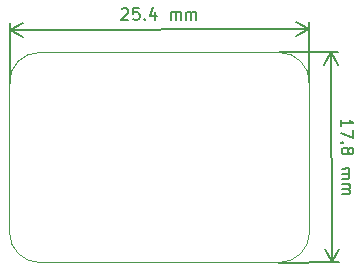
<source format=gbr>
%TF.GenerationSoftware,KiCad,Pcbnew,5.1.5+dfsg1-2~bpo10+1*%
%TF.CreationDate,Date%
%TF.ProjectId,Gesture Sensor,47657374-7572-4652-9053-656e736f722e,rev?*%
%TF.SameCoordinates,Original*%
%TF.FileFunction,OtherDrawing,Comment*%
%FSLAX45Y45*%
G04 Gerber Fmt 4.5, Leading zero omitted, Abs format (unit mm)*
G04 Created by KiCad*
%MOMM*%
%LPD*%
G04 APERTURE LIST*
%ADD10C,0.150000*%
%ADD11C,0.050000*%
G04 APERTURE END LIST*
D10*
X14030756Y-4204803D02*
X14035501Y-4200025D01*
X14045008Y-4195230D01*
X14068817Y-4195147D01*
X14078358Y-4199875D01*
X14083136Y-4204621D01*
X14087931Y-4214128D01*
X14087965Y-4223652D01*
X14083253Y-4237954D01*
X14026310Y-4295296D01*
X14088214Y-4295080D01*
X14178341Y-4194764D02*
X14130722Y-4194931D01*
X14126126Y-4242566D01*
X14130871Y-4237788D01*
X14140379Y-4232992D01*
X14164188Y-4232909D01*
X14173728Y-4237638D01*
X14178507Y-4242383D01*
X14183302Y-4251890D01*
X14183385Y-4275700D01*
X14178656Y-4285240D01*
X14173911Y-4290019D01*
X14164404Y-4294814D01*
X14140595Y-4294897D01*
X14131054Y-4290168D01*
X14126276Y-4285423D01*
X14226275Y-4285074D02*
X14231054Y-4289819D01*
X14226308Y-4294598D01*
X14221530Y-4289852D01*
X14226275Y-4285074D01*
X14226308Y-4294598D01*
X14316551Y-4227616D02*
X14316784Y-4294282D01*
X14292609Y-4189604D02*
X14269049Y-4261115D01*
X14330953Y-4260899D01*
X14445355Y-4293833D02*
X14445122Y-4227167D01*
X14445155Y-4236690D02*
X14449901Y-4231912D01*
X14459408Y-4227117D01*
X14473693Y-4227067D01*
X14483234Y-4231796D01*
X14488029Y-4241303D01*
X14488212Y-4293683D01*
X14488029Y-4241303D02*
X14492757Y-4231762D01*
X14502265Y-4226967D01*
X14516550Y-4226917D01*
X14526091Y-4231646D01*
X14530886Y-4241153D01*
X14531068Y-4293534D01*
X14578687Y-4293368D02*
X14578455Y-4226701D01*
X14578488Y-4236225D02*
X14583233Y-4231447D01*
X14592740Y-4226651D01*
X14607026Y-4226602D01*
X14616566Y-4231330D01*
X14621361Y-4240837D01*
X14621544Y-4293218D01*
X14621361Y-4240837D02*
X14626090Y-4231297D01*
X14635597Y-4226502D01*
X14649883Y-4226452D01*
X14659423Y-4231181D01*
X14664218Y-4240688D01*
X14664401Y-4293068D01*
X13081750Y-4384007D02*
X15619210Y-4373847D01*
X13083540Y-4831080D02*
X13081515Y-4325365D01*
X15621000Y-4820920D02*
X15618975Y-4315205D01*
X15619210Y-4373847D02*
X15506795Y-4432939D01*
X15619210Y-4373847D02*
X15506326Y-4315656D01*
X13081750Y-4384007D02*
X13194634Y-4442197D01*
X13081750Y-4384007D02*
X13194165Y-4324914D01*
X15891537Y-5197428D02*
X15891337Y-5140286D01*
X15891437Y-5168857D02*
X15991436Y-5168508D01*
X15977117Y-5159034D01*
X15967560Y-5149544D01*
X15962765Y-5140037D01*
X15991652Y-5230413D02*
X15991885Y-5297079D01*
X15891736Y-5254571D01*
X15901542Y-5335490D02*
X15896797Y-5340268D01*
X15892019Y-5335523D01*
X15896764Y-5330744D01*
X15901542Y-5335490D01*
X15892019Y-5335523D01*
X15949377Y-5397228D02*
X15954106Y-5387687D01*
X15958851Y-5382909D01*
X15968358Y-5378114D01*
X15973120Y-5378097D01*
X15982661Y-5382826D01*
X15987439Y-5387571D01*
X15992234Y-5397078D01*
X15992301Y-5416126D01*
X15987572Y-5425666D01*
X15982827Y-5430445D01*
X15973320Y-5435240D01*
X15968558Y-5435256D01*
X15959017Y-5430528D01*
X15954239Y-5425782D01*
X15949444Y-5416275D01*
X15949377Y-5397228D01*
X15944582Y-5387721D01*
X15939804Y-5382975D01*
X15930263Y-5378247D01*
X15911216Y-5378313D01*
X15901709Y-5383108D01*
X15896963Y-5387887D01*
X15892235Y-5397427D01*
X15892301Y-5416475D01*
X15897096Y-5425982D01*
X15901875Y-5430727D01*
X15911415Y-5435456D01*
X15930463Y-5435389D01*
X15939970Y-5430594D01*
X15944715Y-5425816D01*
X15949444Y-5416275D01*
X15892783Y-5554569D02*
X15959450Y-5554336D01*
X15949926Y-5554370D02*
X15954704Y-5559115D01*
X15959499Y-5568622D01*
X15959549Y-5582908D01*
X15954821Y-5592448D01*
X15945314Y-5597243D01*
X15892933Y-5597426D01*
X15945314Y-5597243D02*
X15954854Y-5601972D01*
X15959649Y-5611479D01*
X15959699Y-5625764D01*
X15954970Y-5635305D01*
X15945463Y-5640100D01*
X15893083Y-5640283D01*
X15893249Y-5687902D02*
X15959915Y-5687669D01*
X15950391Y-5687702D02*
X15955170Y-5692447D01*
X15959965Y-5701954D01*
X15960015Y-5716240D01*
X15955286Y-5725780D01*
X15945779Y-5730576D01*
X15893398Y-5730758D01*
X15945779Y-5730576D02*
X15955319Y-5735304D01*
X15960114Y-5744811D01*
X15960164Y-5759097D01*
X15955436Y-5768637D01*
X15945929Y-5773432D01*
X15893548Y-5773615D01*
X15803880Y-4569460D02*
X15811500Y-6350000D01*
X15359203Y-4571363D02*
X15862522Y-4569209D01*
X15366823Y-6351903D02*
X15870142Y-6349749D01*
X15811500Y-6350000D02*
X15752376Y-6237602D01*
X15811500Y-6350000D02*
X15869659Y-6237100D01*
X15803880Y-4569460D02*
X15745721Y-4682360D01*
X15803880Y-4569460D02*
X15863004Y-4681858D01*
D11*
X13335000Y-6350000D02*
G75*
G02X13081000Y-6096000I0J254000D01*
G01*
X15367000Y-4572000D02*
G75*
G02X15621000Y-4826000I0J-254000D01*
G01*
X15621000Y-6096000D02*
G75*
G02X15367000Y-6350000I-254000J0D01*
G01*
X13081000Y-4826000D02*
G75*
G02X13335000Y-4572000I254000J0D01*
G01*
X13335000Y-4572000D02*
X15367000Y-4572000D01*
X13081000Y-4826000D02*
X13081000Y-6096000D01*
X15621000Y-4826000D02*
X15621000Y-6096000D01*
X13335000Y-6350000D02*
X15367000Y-6350000D01*
M02*

</source>
